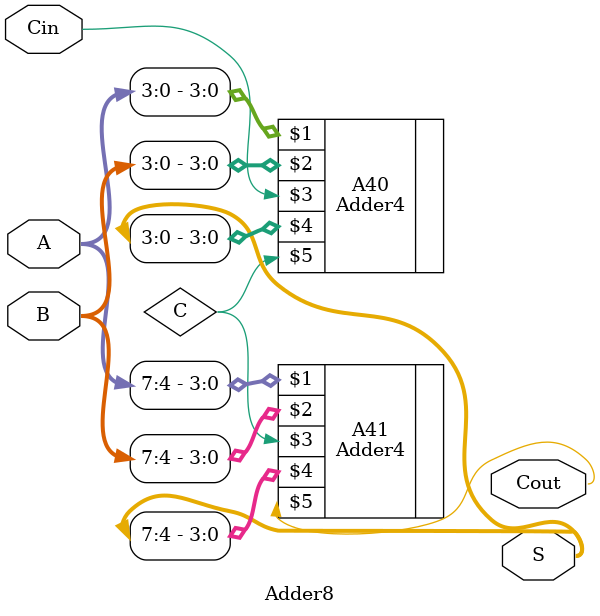
<source format=v>
module Adder8 (A, B, Cin, S, Cout);
output [7:0] S;
output Cout;
input [7:0] A, B;
input Cin;

wire C;

Adder4 A40 (A[3:0], B[3:0], Cin, S[3:0], C);
Adder4 A41 (A[7:4], B[7:4], C, S[7:4], Cout);

endmodule
</source>
